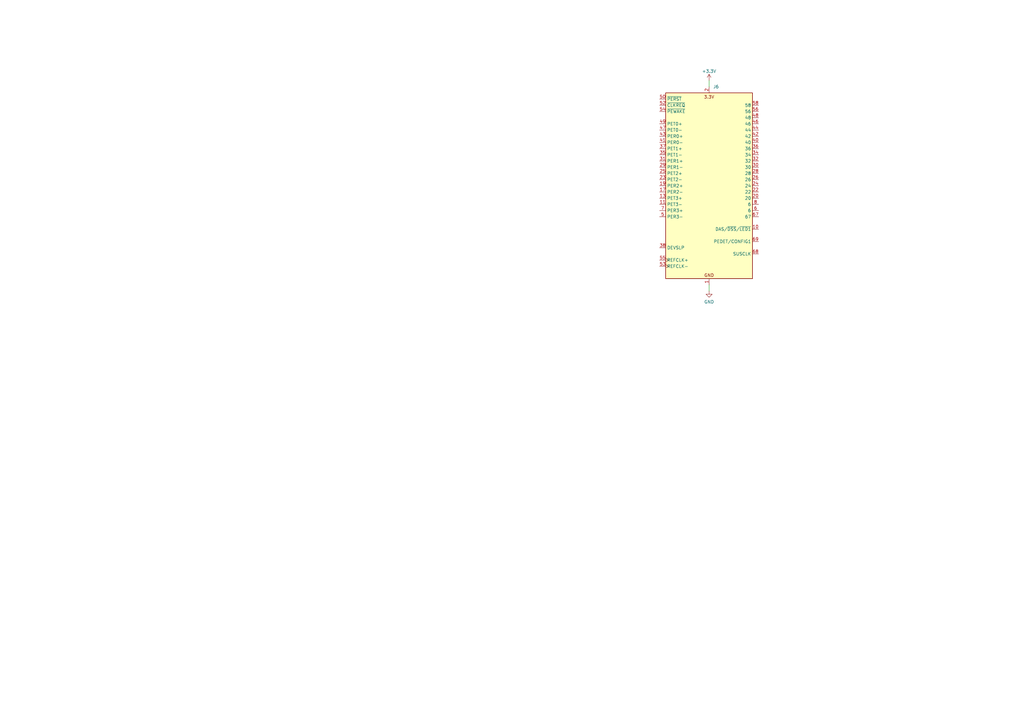
<source format=kicad_sch>
(kicad_sch (version 20230121) (generator eeschema)
  (paper "A3")
  (title_block (date "2023-05-06") (rev "A-A"))
  (lib_symbols
    (symbol "LRJ-parts:Amphenol_10157930"
      (property "Reference" "J" (at -17.78 39.37 0))
      (symbol "Amphenol_10157930_0_1"
        (rectangle (start -17.78 38.1) (end 17.78 -38.1) (stroke (width 0.254)) (fill (type background)))
      )
      (symbol "Amphenol_10157930_1_1"
        (text "3.3V" (at 0 36.449 0) (effects (font (size 1.27 1.27))))
        (text "GND" (at 0 -36.703 0) (effects (font (size 1.27 1.27))))
        (pin power_in line (at 0 -40.64 90) (length 2.54) (name "GND") (number "1"))
        (pin bidirectional line (at 20.32 -17.78 180) (length 2.54) (name "DAS/~{DSS}/~{LED1}") (number "10"))
        (pin output line (at -20.32 -7.62 0) (length 2.54) (name "PET3-") (number "11"))
        (pin passive line (at 0 40.64 270) (length 2.54) hide (name "3.3V") (number "12"))
        (pin output line (at -20.32 -5.08 0) (length 2.54) (name "PET3+") (number "13"))
        (pin passive line (at 0 40.64 270) (length 2.54) hide (name "3.3V") (number "14"))
        (pin passive line (at 0 -40.64 90) (length 2.54) hide (name "GND") (number "15"))
        (pin passive line (at 0 40.64 270) (length 2.54) hide (name "3.3V") (number "16"))
        (pin input line (at -20.32 -2.54 0) (length 2.54) (name "PER2-") (number "17"))
        (pin passive line (at 0 40.64 270) (length 2.54) hide (name "3.3V") (number "18"))
        (pin input line (at -20.32 0 0) (length 2.54) (name "PER2+") (number "19"))
        (pin power_in line (at 0 40.64 270) (length 2.54) (name "3.3V") (number "2"))
        (pin passive line (at 20.32 -5.08 180) (length 2.54) (name "20") (number "20"))
        (pin passive line (at 0 -40.64 90) (length 2.54) hide (name "GND") (number "21"))
        (pin passive line (at 20.32 -2.54 180) (length 2.54) (name "22") (number "22"))
        (pin output line (at -20.32 2.54 0) (length 2.54) (name "PET2-") (number "23"))
        (pin passive line (at 20.32 0 180) (length 2.54) (name "24") (number "24"))
        (pin output line (at -20.32 5.08 0) (length 2.54) (name "PET2+") (number "25"))
        (pin passive line (at 20.32 2.54 180) (length 2.54) (name "26") (number "26"))
        (pin passive line (at 0 -40.64 90) (length 2.54) hide (name "GND") (number "27"))
        (pin passive line (at 20.32 5.08 180) (length 2.54) (name "28") (number "28"))
        (pin input line (at -20.32 7.62 0) (length 2.54) (name "PER1-") (number "29"))
        (pin passive line (at 0 -40.64 90) (length 2.54) hide (name "GND") (number "3"))
        (pin passive line (at 20.32 7.62 180) (length 2.54) (name "30") (number "30"))
        (pin input line (at -20.32 10.16 0) (length 2.54) (name "PER1+") (number "31"))
        (pin passive line (at 20.32 10.16 180) (length 2.54) (name "32") (number "32"))
        (pin passive line (at 0 -40.64 90) (length 2.54) hide (name "GND") (number "33"))
        (pin passive line (at 20.32 12.7 180) (length 2.54) (name "34") (number "34"))
        (pin output line (at -20.32 12.7 0) (length 2.54) (name "PET1-") (number "35"))
        (pin passive line (at 20.32 15.24 180) (length 2.54) (name "36") (number "36"))
        (pin output line (at -20.32 15.24 0) (length 2.54) (name "PET1+") (number "37"))
        (pin output line (at -20.32 -25.4 0) (length 2.54) (name "DEVSLP") (number "38"))
        (pin passive line (at 0 -40.64 90) (length 2.54) hide (name "GND") (number "39"))
        (pin passive line (at 0 40.64 270) (length 2.54) hide (name "3.3V") (number "4"))
        (pin passive line (at 20.32 17.78 180) (length 2.54) (name "40") (number "40"))
        (pin input line (at -20.32 17.78 0) (length 2.54) (name "PER0-") (number "41"))
        (pin passive line (at 20.32 20.32 180) (length 2.54) (name "42") (number "42"))
        (pin input line (at -20.32 20.32 0) (length 2.54) (name "PER0+") (number "43"))
        (pin passive line (at 20.32 22.86 180) (length 2.54) (name "44") (number "44"))
        (pin passive line (at 0 -40.64 90) (length 2.54) hide (name "GND") (number "45"))
        (pin passive line (at 20.32 25.4 180) (length 2.54) (name "46") (number "46"))
        (pin output line (at -20.32 22.86 0) (length 2.54) (name "PET0-") (number "47"))
        (pin passive line (at 20.32 27.94 180) (length 2.54) (name "48") (number "48"))
        (pin output line (at -20.32 25.4 0) (length 2.54) (name "PET0+") (number "49"))
        (pin input line (at -20.32 -12.7 0) (length 2.54) (name "PER3-") (number "5"))
        (pin output line (at -20.32 35.56 0) (length 2.54) (name "~{PERST}") (number "50"))
        (pin passive line (at 0 -40.64 90) (length 2.54) hide (name "GND") (number "51"))
        (pin bidirectional line (at -20.32 33.02 0) (length 2.54) (name "~{CLKREQ}") (number "52"))
        (pin output clock (at -20.32 -33.02 0) (length 2.54) (name "REFCLK-") (number "53"))
        (pin bidirectional line (at -20.32 30.48 0) (length 2.54) (name "~{PEWAKE}") (number "54"))
        (pin output clock (at -20.32 -30.48 0) (length 2.54) (name "REFCLK+") (number "55"))
        (pin passive line (at 20.32 30.48 180) (length 2.54) (name "56") (number "56"))
        (pin passive line (at 0 -40.64 90) (length 2.54) hide (name "GND") (number "57"))
        (pin passive line (at 20.32 33.02 180) (length 2.54) (name "58") (number "58"))
        (pin passive line (at 20.32 -10.16 180) (length 2.54) (name "6") (number "6"))
        (pin passive line (at 20.32 -12.7 180) (length 2.54) (name "67") (number "67"))
        (pin output line (at 20.32 -27.94 180) (length 2.54) (name "SUSCLK") (number "68"))
        (pin passive line (at 20.32 -22.86 180) (length 2.54) (name "PEDET/CONFIG1") (number "69"))
        (pin input line (at -20.32 -10.16 0) (length 2.54) (name "PER3+") (number "7"))
        (pin passive line (at 0 40.64 270) (length 2.54) hide (name "3.3V") (number "70"))
        (pin passive line (at 0 -40.64 90) (length 2.54) hide (name "GND") (number "71"))
        (pin passive line (at 0 40.64 270) (length 2.54) hide (name "3.3V") (number "72"))
        (pin passive line (at 0 -40.64 90) (length 2.54) hide (name "GND") (number "73"))
        (pin passive line (at 0 40.64 270) (length 2.54) hide (name "3.3V") (number "74"))
        (pin passive line (at 0 -40.64 90) (length 2.54) hide (name "GND") (number "75"))
        (pin passive line (at 20.32 -7.62 180) (length 2.54) (name "6") (number "8"))
        (pin passive line (at 0 -40.64 90) (length 2.54) hide (name "GND") (number "9"))
      )
    )
    (symbol "power:+3.3V" (power) (pin_names (offset 0))
      (property "Value" "+3.3V" (at 0 3.556 0))
      (symbol "+3.3V_0_1"
        (polyline (pts (xy -0.762 1.27) (xy 0 2.54)))
        (polyline (pts (xy 0 0) (xy 0 2.54)))
        (polyline (pts (xy 0 2.54) (xy 0.762 1.27)))
      )
      (symbol "+3.3V_1_1"
        (pin power_in line (at 0 0 90) (length 0) hide (name "+3.3V") (number "1"))
      )
    )
    (symbol "power:GND" (power) (pin_names (offset 0))
      (property "Value" "GND" (at 0 -3.81 0))
      (symbol "GND_0_1"
        (polyline (pts (xy 0 0) (xy 0 -1.27) (xy 1.27 -1.27) (xy 0 -2.54) (xy -1.27 -1.27) (xy 0 -1.27)))
      )
      (symbol "GND_1_1"
        (pin power_in line (at 0 0 270) (length 0) hide (name "GND") (number "1"))
      )
    )
  )
  (wire (pts (xy 290.83 119.38) (xy 290.83 116.84)))
  (wire (pts (xy 290.83 33.02) (xy 290.83 35.56)))
  (symbol (lib_id "LRJ-parts:Amphenol_10157930") (at 290.83 76.2 0) (unit 1)
    (property "Reference" "J6" (at 292.4811 35.56 0) (effects (justify left)))
    (property "Value" "10157930" (effects hide))
    (property "Footprint" "LRJ:Amphenol_10157930_PCI_Express_M.2_2280_less-court" (effects hide))
    (property "Datasheet" "https://cdn.amphenol-cs.com/media/wysiwyg/files/documentation/datasheet/ssio/ssio_pcie_m2.pdf" (effects hide))
    (property "Manufacturer page" "https://www.amphenol-cs.com/pcie-m-2-10157930001rlf.html" (effects hide))
    (property "Voltage rating" "50V" (effects hide))
    (property "Current rating" "0.5A" (effects hide))
    (property "Operating temperature" "- 40 °C to +80 °C" (effects hide))
    (property "Manufacturer" "Amphenol ICC (FCI)" (effects hide))
    (property "MPN" "10157930-001RLF" (effects hide))
    (property "Description" "M.2 (NGFF), 75 Pin, Female Connector, Gold 0.50mm" (effects hide))
    (property "Sim.Enable" "0" (effects hide))
  )
  (symbol (lib_id "power:GND") (at 290.83 119.38 0) (mirror y) (unit 1)
    (property "Reference" "#PWR04" (effects hide))
    (property "Value" "GND" (at 290.83 123.825 0))
    (instances (project "Witchcraft-AA" (path "" (reference "#PWR04") (unit 1)) (path "" (reference "#PWR013") (unit 1)) (path "" (reference "#PWR031") (unit 1))))
  )
  (symbol (lib_id "power:+3.3V") (at 290.83 33.02 0) (unit 1)
    (property "Reference" "#PWR017" (effects hide))
    (property "Value" "+3.3V" (at 290.83 29.21 0))
    (instances (project "Witchcraft-AA" (path "" (reference "#PWR017") (unit 1)) (path "" (reference "#PWR032") (unit 1))))
  )
)
</source>
